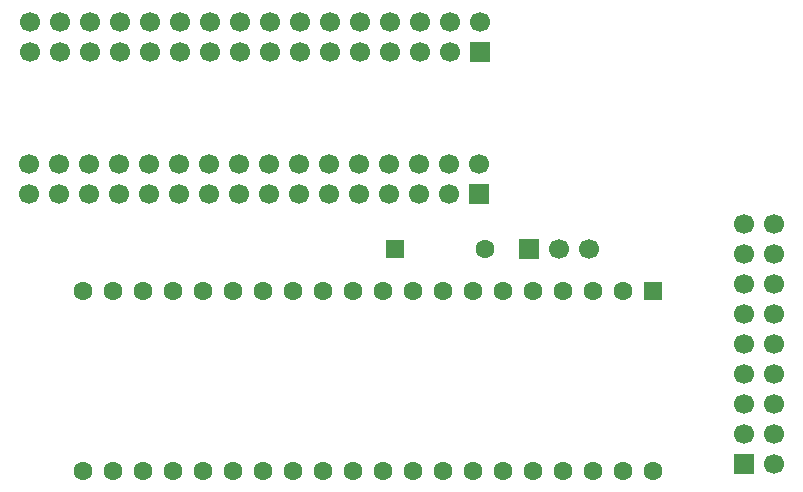
<source format=gbr>
%TF.GenerationSoftware,KiCad,Pcbnew,9.0.3*%
%TF.CreationDate,2025-09-07T17:51:58-04:00*%
%TF.ProjectId,6502-interposer,36353032-2d69-46e7-9465-72706f736572,rev?*%
%TF.SameCoordinates,Original*%
%TF.FileFunction,Soldermask,Bot*%
%TF.FilePolarity,Negative*%
%FSLAX46Y46*%
G04 Gerber Fmt 4.6, Leading zero omitted, Abs format (unit mm)*
G04 Created by KiCad (PCBNEW 9.0.3) date 2025-09-07 17:51:58*
%MOMM*%
%LPD*%
G01*
G04 APERTURE LIST*
G04 Aperture macros list*
%AMRoundRect*
0 Rectangle with rounded corners*
0 $1 Rounding radius*
0 $2 $3 $4 $5 $6 $7 $8 $9 X,Y pos of 4 corners*
0 Add a 4 corners polygon primitive as box body*
4,1,4,$2,$3,$4,$5,$6,$7,$8,$9,$2,$3,0*
0 Add four circle primitives for the rounded corners*
1,1,$1+$1,$2,$3*
1,1,$1+$1,$4,$5*
1,1,$1+$1,$6,$7*
1,1,$1+$1,$8,$9*
0 Add four rect primitives between the rounded corners*
20,1,$1+$1,$2,$3,$4,$5,0*
20,1,$1+$1,$4,$5,$6,$7,0*
20,1,$1+$1,$6,$7,$8,$9,0*
20,1,$1+$1,$8,$9,$2,$3,0*%
G04 Aperture macros list end*
%ADD10RoundRect,0.250000X-0.550000X-0.550000X0.550000X-0.550000X0.550000X0.550000X-0.550000X0.550000X0*%
%ADD11C,1.600000*%
%ADD12R,1.700000X1.700000*%
%ADD13C,1.700000*%
%ADD14RoundRect,0.250000X-0.550000X0.550000X-0.550000X-0.550000X0.550000X-0.550000X0.550000X0.550000X0*%
G04 APERTURE END LIST*
D10*
%TO.C,D1*%
X78690000Y-61000000D03*
D11*
X86310000Y-61000000D03*
%TD*%
D12*
%TO.C,J2*%
X85860000Y-44250000D03*
D13*
X85860000Y-41710000D03*
X83320000Y-44250000D03*
X83320000Y-41710000D03*
X80780000Y-44250000D03*
X80780000Y-41710000D03*
X78240000Y-44250000D03*
X78240000Y-41710000D03*
X75700000Y-44250000D03*
X75700000Y-41710000D03*
X73160000Y-44250000D03*
X73160000Y-41710000D03*
X70620000Y-44250000D03*
X70620000Y-41710000D03*
X68080000Y-44250000D03*
X68080000Y-41710000D03*
X65540000Y-44250000D03*
X65540000Y-41710000D03*
X63000000Y-44250000D03*
X63000000Y-41710000D03*
X60460000Y-44250000D03*
X60460000Y-41710000D03*
X57920000Y-44250000D03*
X57920000Y-41710000D03*
X55380000Y-44250000D03*
X55380000Y-41710000D03*
X52840000Y-44250000D03*
X52840000Y-41710000D03*
X50300000Y-44250000D03*
X50300000Y-41710000D03*
X47760000Y-44250000D03*
X47760000Y-41710000D03*
%TD*%
D12*
%TO.C,JP1*%
X89960000Y-61000000D03*
D13*
X92500000Y-61000000D03*
X95040000Y-61000000D03*
%TD*%
D14*
%TO.C,U1*%
X100500000Y-64510000D03*
D11*
X97960000Y-64510000D03*
X95420000Y-64510000D03*
X92880000Y-64510000D03*
X90340000Y-64510000D03*
X87800000Y-64510000D03*
X85260000Y-64510000D03*
X82720000Y-64510000D03*
X80180000Y-64510000D03*
X77640000Y-64510000D03*
X75100000Y-64510000D03*
X72560000Y-64510000D03*
X70020000Y-64510000D03*
X67480000Y-64510000D03*
X64940000Y-64510000D03*
X62400000Y-64510000D03*
X59860000Y-64510000D03*
X57320000Y-64510000D03*
X54780000Y-64510000D03*
X52240000Y-64510000D03*
X52240000Y-79750000D03*
X54780000Y-79750000D03*
X57320000Y-79750000D03*
X59860000Y-79750000D03*
X62400000Y-79750000D03*
X64940000Y-79750000D03*
X67480000Y-79750000D03*
X70020000Y-79750000D03*
X72560000Y-79750000D03*
X75100000Y-79750000D03*
X77640000Y-79750000D03*
X80180000Y-79750000D03*
X82720000Y-79750000D03*
X85260000Y-79750000D03*
X87800000Y-79750000D03*
X90340000Y-79750000D03*
X92880000Y-79750000D03*
X95420000Y-79750000D03*
X97960000Y-79750000D03*
X100500000Y-79750000D03*
%TD*%
D12*
%TO.C,J3*%
X108210000Y-79200000D03*
D13*
X110750000Y-79200000D03*
X108210000Y-76660000D03*
X110750000Y-76660000D03*
X108210000Y-74120000D03*
X110750000Y-74120000D03*
X108210000Y-71580000D03*
X110750000Y-71580000D03*
X108210000Y-69040000D03*
X110750000Y-69040000D03*
X108210000Y-66500000D03*
X110750000Y-66500000D03*
X108210000Y-63960000D03*
X110750000Y-63960000D03*
X108210000Y-61420000D03*
X110750000Y-61420000D03*
X108210000Y-58880000D03*
X110750000Y-58880000D03*
%TD*%
D12*
%TO.C,J1*%
X85780000Y-56290000D03*
D13*
X85780000Y-53750000D03*
X83240000Y-56290000D03*
X83240000Y-53750000D03*
X80700000Y-56290000D03*
X80700000Y-53750000D03*
X78160000Y-56290000D03*
X78160000Y-53750000D03*
X75620000Y-56290000D03*
X75620000Y-53750000D03*
X73080000Y-56290000D03*
X73080000Y-53750000D03*
X70540000Y-56290000D03*
X70540000Y-53750000D03*
X68000000Y-56290000D03*
X68000000Y-53750000D03*
X65460000Y-56290000D03*
X65460000Y-53750000D03*
X62920000Y-56290000D03*
X62920000Y-53750000D03*
X60380000Y-56290000D03*
X60380000Y-53750000D03*
X57840000Y-56290000D03*
X57840000Y-53750000D03*
X55300000Y-56290000D03*
X55300000Y-53750000D03*
X52760000Y-56290000D03*
X52760000Y-53750000D03*
X50220000Y-56290000D03*
X50220000Y-53750000D03*
X47680000Y-56290000D03*
X47680000Y-53750000D03*
%TD*%
M02*

</source>
